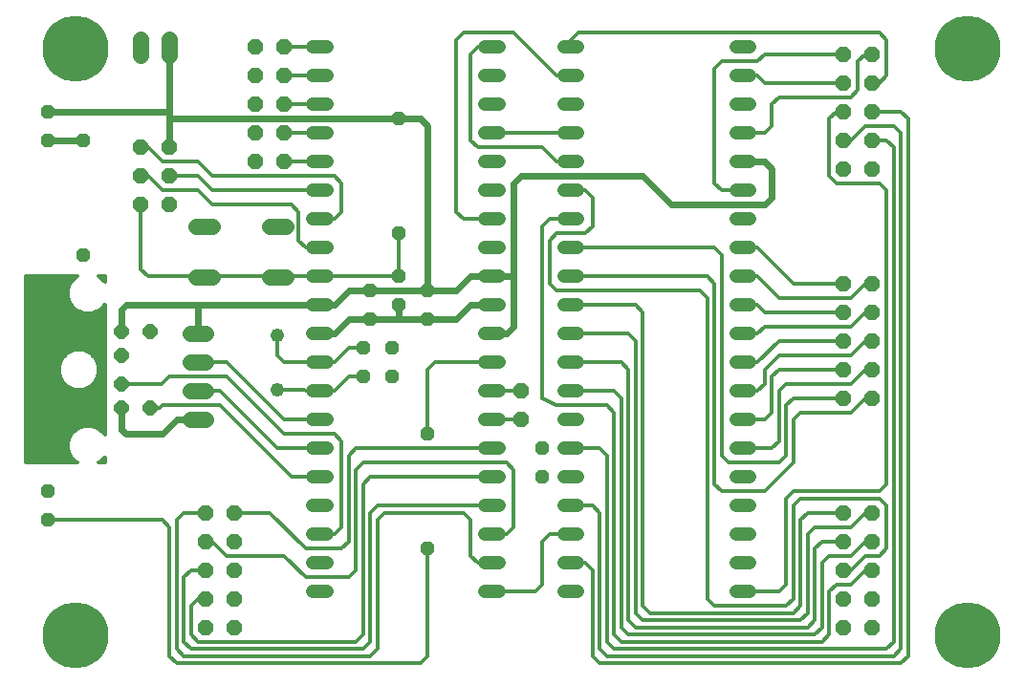
<source format=gbl>
G75*
%MOIN*%
%OFA0B0*%
%FSLAX24Y24*%
%IPPOS*%
%LPD*%
%AMOC8*
5,1,8,0,0,1.08239X$1,22.5*
%
%ADD10C,0.0480*%
%ADD11OC8,0.0480*%
%ADD12C,0.0560*%
%ADD13C,0.0480*%
%ADD14OC8,0.0560*%
%ADD15OC8,0.0514*%
%ADD16C,0.2300*%
%ADD17C,0.0240*%
%ADD18C,0.0120*%
D10*
X010510Y003600D02*
X010990Y003600D01*
X010990Y004600D02*
X010510Y004600D01*
X010510Y005600D02*
X010990Y005600D01*
X010990Y006600D02*
X010510Y006600D01*
X010510Y007600D02*
X010990Y007600D01*
X010990Y008600D02*
X010510Y008600D01*
X010510Y009600D02*
X010990Y009600D01*
X010990Y010600D02*
X010510Y010600D01*
X010510Y011600D02*
X010990Y011600D01*
X010990Y012600D02*
X010510Y012600D01*
X010510Y013600D02*
X010990Y013600D01*
X010990Y014600D02*
X010510Y014600D01*
X010510Y015600D02*
X010990Y015600D01*
X010990Y016600D02*
X010510Y016600D01*
X010510Y017600D02*
X010990Y017600D01*
X010990Y018600D02*
X010510Y018600D01*
X010510Y019600D02*
X010990Y019600D01*
X010990Y020600D02*
X010510Y020600D01*
X010510Y021600D02*
X010990Y021600D01*
X010990Y022600D02*
X010510Y022600D01*
X016510Y022600D02*
X016990Y022600D01*
X016990Y021600D02*
X016510Y021600D01*
X016510Y020600D02*
X016990Y020600D01*
X016990Y019600D02*
X016510Y019600D01*
X016510Y018600D02*
X016990Y018600D01*
X016990Y017600D02*
X016510Y017600D01*
X016510Y016600D02*
X016990Y016600D01*
X016990Y015600D02*
X016510Y015600D01*
X016510Y014600D02*
X016990Y014600D01*
X016990Y013600D02*
X016510Y013600D01*
X016510Y012600D02*
X016990Y012600D01*
X016990Y011600D02*
X016510Y011600D01*
X016510Y010600D02*
X016990Y010600D01*
X016990Y009600D02*
X016510Y009600D01*
X016510Y008600D02*
X016990Y008600D01*
X016990Y007600D02*
X016510Y007600D01*
X016510Y006600D02*
X016990Y006600D01*
X016990Y005600D02*
X016510Y005600D01*
X016510Y004600D02*
X016990Y004600D01*
X016990Y003600D02*
X016510Y003600D01*
X019260Y003600D02*
X019740Y003600D01*
X019740Y004600D02*
X019260Y004600D01*
X019260Y005600D02*
X019740Y005600D01*
X019740Y006600D02*
X019260Y006600D01*
X019260Y007600D02*
X019740Y007600D01*
X019740Y008600D02*
X019260Y008600D01*
X019260Y009600D02*
X019740Y009600D01*
X019740Y010600D02*
X019260Y010600D01*
X019260Y011600D02*
X019740Y011600D01*
X019740Y012600D02*
X019260Y012600D01*
X019260Y013600D02*
X019740Y013600D01*
X019740Y014600D02*
X019260Y014600D01*
X019260Y015600D02*
X019740Y015600D01*
X019740Y016600D02*
X019260Y016600D01*
X019260Y017600D02*
X019740Y017600D01*
X019740Y018600D02*
X019260Y018600D01*
X019260Y019600D02*
X019740Y019600D01*
X019740Y020600D02*
X019260Y020600D01*
X019260Y021600D02*
X019740Y021600D01*
X019740Y022600D02*
X019260Y022600D01*
X025260Y022600D02*
X025740Y022600D01*
X025740Y021600D02*
X025260Y021600D01*
X025260Y020600D02*
X025740Y020600D01*
X025740Y019600D02*
X025260Y019600D01*
X025260Y018600D02*
X025740Y018600D01*
X025740Y017600D02*
X025260Y017600D01*
X025260Y016600D02*
X025740Y016600D01*
X025740Y015600D02*
X025260Y015600D01*
X025260Y014600D02*
X025740Y014600D01*
X025740Y013600D02*
X025260Y013600D01*
X025260Y012600D02*
X025740Y012600D01*
X025740Y011600D02*
X025260Y011600D01*
X025260Y010600D02*
X025740Y010600D01*
X025740Y009600D02*
X025260Y009600D01*
X025260Y008600D02*
X025740Y008600D01*
X025740Y007600D02*
X025260Y007600D01*
X025260Y006600D02*
X025740Y006600D01*
X025740Y005600D02*
X025260Y005600D01*
X025260Y004600D02*
X025740Y004600D01*
X025740Y003600D02*
X025260Y003600D01*
D11*
X018500Y007600D03*
X018500Y008600D03*
X014500Y009100D03*
X013250Y011100D03*
X012250Y011100D03*
X012250Y012100D03*
X013250Y012100D03*
X012500Y013100D03*
X013500Y013600D03*
X014500Y013100D03*
X014500Y014100D03*
X013500Y014600D03*
X012500Y014100D03*
X013500Y016100D03*
X013500Y020100D03*
X002500Y019350D03*
X001250Y019350D03*
X001250Y020350D03*
X002500Y015350D03*
X001250Y007100D03*
X001250Y006100D03*
X014500Y005100D03*
D12*
X006780Y009600D02*
X006220Y009600D01*
X006220Y010600D02*
X006780Y010600D01*
X006780Y011600D02*
X006220Y011600D01*
X006220Y012600D02*
X006780Y012600D01*
X007000Y014585D02*
X006440Y014585D01*
X006440Y016365D02*
X007000Y016365D01*
X009000Y016365D02*
X009560Y016365D01*
X009560Y014585D02*
X009000Y014585D01*
X005500Y022320D02*
X005500Y022880D01*
X004500Y022880D02*
X004500Y022320D01*
D13*
X009250Y012550D03*
X009250Y010650D03*
D14*
X007750Y006350D03*
X006750Y006350D03*
X006750Y005350D03*
X007750Y005350D03*
X007750Y004350D03*
X006750Y004350D03*
X006750Y003350D03*
X007750Y003350D03*
X007750Y002350D03*
X006750Y002350D03*
X017750Y009600D03*
X017750Y010600D03*
X029000Y010350D03*
X030000Y010350D03*
X030000Y011350D03*
X029000Y011350D03*
X029000Y012350D03*
X030000Y012350D03*
X030000Y013350D03*
X029000Y013350D03*
X029000Y014350D03*
X030000Y014350D03*
X030000Y018350D03*
X029000Y018350D03*
X029000Y019350D03*
X030000Y019350D03*
X030000Y020350D03*
X029000Y020350D03*
X029000Y021350D03*
X030000Y021350D03*
X030000Y022350D03*
X029000Y022350D03*
X009500Y022600D03*
X008500Y022600D03*
X008500Y021600D03*
X009500Y021600D03*
X009500Y020600D03*
X008500Y020600D03*
X008500Y019600D03*
X009500Y019600D03*
X009500Y018600D03*
X008500Y018600D03*
X005500Y018100D03*
X004500Y018100D03*
X004500Y017100D03*
X005500Y017100D03*
X005500Y019100D03*
X004500Y019100D03*
X029000Y006350D03*
X030000Y006350D03*
X030000Y005350D03*
X029000Y005350D03*
X029000Y004350D03*
X030000Y004350D03*
X030000Y003350D03*
X029000Y003350D03*
X029000Y002350D03*
X030000Y002350D03*
D15*
X004831Y010011D03*
X003846Y010011D03*
X003846Y010838D03*
X003846Y011862D03*
X003846Y012689D03*
X004831Y012689D03*
D16*
X002219Y002069D03*
X002219Y022541D03*
X033321Y022541D03*
X033321Y002069D03*
D17*
X017500Y012850D02*
X017500Y014600D01*
X016750Y014600D01*
X016000Y014600D01*
X015500Y014100D01*
X014500Y014100D01*
X014500Y019850D01*
X014250Y020100D01*
X013500Y020100D01*
X005500Y020100D01*
X005500Y019100D01*
X005500Y020100D02*
X005500Y020350D01*
X001250Y020350D01*
X001250Y019350D02*
X002500Y019350D01*
X005500Y020350D02*
X005500Y022600D01*
X011750Y014100D02*
X012500Y014100D01*
X014500Y014100D01*
X013500Y013600D02*
X013500Y013100D01*
X014500Y013100D01*
X015500Y013100D01*
X016000Y013600D01*
X016750Y013600D01*
X017500Y012850D02*
X017250Y012600D01*
X016750Y012600D01*
X017500Y014600D02*
X017500Y017850D01*
X017750Y018100D01*
X022000Y018100D01*
X023000Y017100D01*
X026250Y017100D01*
X026500Y017350D01*
X026500Y018350D01*
X026250Y018600D01*
X025500Y018600D01*
X013500Y013100D02*
X012500Y013100D01*
X011750Y013100D01*
X011250Y012600D01*
X010750Y012600D01*
X010750Y013600D02*
X006500Y013600D01*
X006500Y012600D01*
X006500Y013600D02*
X004000Y013600D01*
X003846Y013446D01*
X003846Y012689D01*
X003846Y010011D02*
X003846Y009254D01*
X004000Y009100D01*
X005250Y009100D01*
X005750Y009600D01*
X006500Y009600D01*
X010750Y013600D02*
X011250Y013600D01*
X011750Y014100D01*
D18*
X010750Y014600D02*
X006735Y014600D01*
X004750Y014600D01*
X004500Y014850D01*
X004500Y017100D01*
X005250Y017600D02*
X006500Y017600D01*
X007000Y017100D01*
X009750Y017100D01*
X010000Y016850D01*
X010000Y015850D01*
X010250Y015600D01*
X010750Y015600D01*
X010750Y014600D02*
X009295Y014600D01*
X009280Y014585D01*
X010750Y014600D02*
X013500Y014600D01*
X013500Y016100D01*
X015500Y016850D02*
X015750Y016600D01*
X016750Y016600D01*
X015500Y016850D02*
X015500Y022850D01*
X015750Y023100D01*
X017500Y023100D01*
X019000Y021600D01*
X019500Y021600D01*
X019500Y022600D02*
X019500Y022850D01*
X019750Y023100D01*
X030250Y023100D01*
X030500Y022850D01*
X030500Y021600D01*
X030250Y021350D01*
X030000Y021350D01*
X029500Y021100D02*
X029500Y022100D01*
X029750Y022350D01*
X030000Y022350D01*
X029000Y022350D02*
X026250Y022350D01*
X026000Y022100D01*
X024750Y022100D01*
X024500Y021850D01*
X024500Y017850D01*
X024750Y017600D01*
X025500Y017600D01*
X025500Y015600D02*
X026000Y015600D01*
X027250Y014350D01*
X029000Y014350D01*
X029250Y013850D02*
X029750Y014350D01*
X030000Y014350D01*
X029250Y013850D02*
X026750Y013850D01*
X026000Y014600D01*
X025500Y014600D01*
X024500Y014350D02*
X024500Y007350D01*
X024750Y007100D01*
X026250Y007100D01*
X027250Y008100D01*
X027250Y009600D01*
X027500Y009850D01*
X029250Y009850D01*
X029750Y010350D01*
X030000Y010350D01*
X029250Y010850D02*
X027000Y010850D01*
X026750Y010600D01*
X026750Y008850D01*
X026500Y008600D01*
X025500Y008600D01*
X025000Y008100D02*
X024750Y008350D01*
X024750Y015350D01*
X024500Y015600D01*
X019500Y015600D01*
X019000Y016100D02*
X018750Y015850D01*
X018750Y014350D01*
X019000Y014100D01*
X024000Y014100D01*
X024250Y013850D01*
X024250Y003350D01*
X024500Y003100D01*
X027000Y003100D01*
X027250Y003350D01*
X027250Y006600D01*
X027500Y006850D01*
X027750Y006850D01*
X028000Y006850D01*
X030250Y006850D01*
X030500Y006600D01*
X030500Y005100D01*
X030250Y004850D01*
X029750Y004850D01*
X029250Y004350D01*
X029000Y004350D01*
X029250Y004850D02*
X028500Y004850D01*
X028250Y004600D01*
X028250Y002350D01*
X028000Y002100D01*
X021500Y002100D01*
X021250Y002350D01*
X021250Y010350D01*
X021000Y010600D01*
X019500Y010600D01*
X019000Y010100D02*
X018500Y010350D01*
X018500Y016350D01*
X018750Y016600D01*
X019500Y016600D01*
X020000Y016100D02*
X019000Y016100D01*
X020000Y016100D02*
X020250Y016350D01*
X020250Y017350D01*
X020000Y017600D01*
X019500Y017600D01*
X019500Y018600D02*
X019000Y018600D01*
X018500Y019100D01*
X016250Y019100D01*
X016000Y019350D01*
X016000Y022350D01*
X016250Y022600D01*
X016750Y022600D01*
X016750Y019600D02*
X019500Y019600D01*
X025500Y019600D02*
X026250Y019600D01*
X026500Y019850D01*
X026500Y020600D01*
X026750Y020850D01*
X029250Y020850D01*
X029500Y021100D01*
X029000Y021350D02*
X026250Y021350D01*
X026000Y021600D01*
X025500Y021600D01*
X028500Y020100D02*
X028750Y020350D01*
X029000Y020350D01*
X028500Y020100D02*
X028500Y018100D01*
X028750Y017850D01*
X030250Y017850D01*
X030500Y017600D01*
X030500Y007350D01*
X030250Y007100D01*
X027250Y007100D01*
X027000Y006850D01*
X027000Y003850D01*
X026750Y003600D01*
X025500Y003600D01*
X027250Y002850D02*
X027500Y003100D01*
X027500Y006100D01*
X027750Y006350D01*
X029000Y006350D01*
X029250Y005850D02*
X029750Y006350D01*
X030000Y006350D01*
X029250Y005850D02*
X028000Y005850D01*
X027750Y005600D01*
X027750Y002850D01*
X027500Y002600D01*
X022000Y002600D01*
X021750Y002850D01*
X021750Y012350D01*
X021500Y012600D01*
X019500Y012600D01*
X019500Y011600D02*
X021250Y011600D01*
X021500Y011350D01*
X021500Y002600D01*
X021750Y002350D01*
X027750Y002350D01*
X028000Y002600D01*
X028000Y005100D01*
X028250Y005350D01*
X029000Y005350D01*
X029250Y004850D02*
X029750Y005350D01*
X030000Y005350D01*
X030000Y004350D02*
X029750Y004350D01*
X029250Y003850D01*
X028750Y003850D01*
X028500Y003600D01*
X028500Y002100D01*
X028250Y001850D01*
X021250Y001850D01*
X021000Y002100D01*
X021000Y009850D01*
X020750Y010100D01*
X019000Y010100D01*
X017750Y009600D02*
X016750Y009600D01*
X016750Y008600D02*
X012000Y008600D01*
X011750Y008350D01*
X011750Y005350D01*
X011500Y005100D01*
X010250Y005100D01*
X009000Y006350D01*
X007750Y006350D01*
X006750Y006350D02*
X006000Y006350D01*
X005750Y006100D01*
X005750Y001600D01*
X006000Y001350D01*
X012500Y001350D01*
X012750Y001600D01*
X012750Y006100D01*
X013000Y006350D01*
X015750Y006350D01*
X016000Y006100D01*
X016000Y004850D01*
X016250Y004600D01*
X016750Y004600D01*
X016750Y003600D02*
X018250Y003600D01*
X018500Y003850D01*
X018500Y005350D01*
X018750Y005600D01*
X019500Y005600D01*
X020500Y006350D02*
X020500Y001600D01*
X020750Y001350D01*
X030750Y001350D01*
X031000Y001600D01*
X031000Y019600D01*
X030750Y019850D01*
X029750Y019850D01*
X029250Y019350D01*
X029000Y019350D01*
X030000Y019350D02*
X030500Y019350D01*
X030750Y019100D01*
X030750Y001850D01*
X030500Y001600D01*
X021000Y001600D01*
X020750Y001850D01*
X020750Y008350D01*
X020500Y008600D01*
X019500Y008600D01*
X017500Y007850D02*
X017250Y008100D01*
X012250Y008100D01*
X012000Y007850D01*
X012000Y004350D01*
X011750Y004100D01*
X010250Y004100D01*
X009500Y004850D01*
X007500Y004850D01*
X007000Y005350D01*
X006750Y005350D01*
X006750Y004350D02*
X006250Y004350D01*
X006000Y004100D01*
X006000Y001850D01*
X006250Y001600D01*
X012250Y001600D01*
X012500Y001850D01*
X012500Y006350D01*
X012750Y006600D01*
X016750Y006600D01*
X017500Y005850D02*
X017500Y007850D01*
X016750Y007600D02*
X012500Y007600D01*
X012250Y007350D01*
X012250Y002100D01*
X012000Y001850D01*
X006500Y001850D01*
X006250Y002100D01*
X006250Y003100D01*
X006500Y003350D01*
X006750Y003350D01*
X005500Y001350D02*
X005500Y005850D01*
X005250Y006100D01*
X001250Y006100D01*
X000510Y008100D02*
X002285Y008100D01*
X002273Y008105D01*
X002078Y008300D01*
X001972Y008555D01*
X001972Y008830D01*
X002078Y009085D01*
X002273Y009280D01*
X002527Y009386D01*
X002803Y009386D01*
X003058Y009280D01*
X003250Y009088D01*
X003250Y013612D01*
X003058Y013420D01*
X002803Y013314D01*
X002527Y013314D01*
X002273Y013420D01*
X002078Y013615D01*
X001972Y013870D01*
X001972Y014145D01*
X002078Y014400D01*
X002273Y014595D01*
X002285Y014600D01*
X000510Y014600D01*
X000510Y008100D01*
X000510Y008158D02*
X002220Y008158D01*
X002101Y008277D02*
X000510Y008277D01*
X000510Y008395D02*
X002038Y008395D01*
X001989Y008514D02*
X000510Y008514D01*
X000510Y008632D02*
X001972Y008632D01*
X001972Y008751D02*
X000510Y008751D01*
X000510Y008869D02*
X001988Y008869D01*
X002037Y008988D02*
X000510Y008988D01*
X000510Y009106D02*
X002099Y009106D01*
X002217Y009225D02*
X000510Y009225D01*
X000510Y009343D02*
X002425Y009343D01*
X002906Y009343D02*
X003250Y009343D01*
X003250Y009225D02*
X003114Y009225D01*
X003232Y009106D02*
X003250Y009106D01*
X003250Y009462D02*
X000510Y009462D01*
X000510Y009580D02*
X003250Y009580D01*
X003250Y009699D02*
X000510Y009699D01*
X000510Y009817D02*
X003250Y009817D01*
X003250Y009936D02*
X000510Y009936D01*
X000510Y010054D02*
X003250Y010054D01*
X003250Y010173D02*
X000510Y010173D01*
X000510Y010291D02*
X003250Y010291D01*
X003250Y010410D02*
X000510Y010410D01*
X000510Y010528D02*
X003250Y010528D01*
X003250Y010647D02*
X000510Y010647D01*
X000510Y010765D02*
X001955Y010765D01*
X001958Y010762D02*
X002213Y010657D01*
X002488Y010657D01*
X002743Y010762D01*
X002938Y010957D01*
X003043Y011212D01*
X003043Y011488D01*
X002938Y011743D01*
X002743Y011938D01*
X002488Y012043D01*
X002213Y012043D01*
X001958Y011938D01*
X001763Y011743D01*
X001657Y011488D01*
X001657Y011212D01*
X001763Y010957D01*
X001958Y010762D01*
X001837Y010884D02*
X000510Y010884D01*
X000510Y011002D02*
X001744Y011002D01*
X001695Y011121D02*
X000510Y011121D01*
X000510Y011239D02*
X001657Y011239D01*
X001657Y011358D02*
X000510Y011358D01*
X000510Y011476D02*
X001657Y011476D01*
X001702Y011595D02*
X000510Y011595D01*
X000510Y011713D02*
X001751Y011713D01*
X001852Y011832D02*
X000510Y011832D01*
X000510Y011950D02*
X001988Y011950D01*
X002713Y011950D02*
X003250Y011950D01*
X003250Y011832D02*
X002849Y011832D01*
X002950Y011713D02*
X003250Y011713D01*
X003250Y011595D02*
X002999Y011595D01*
X003043Y011476D02*
X003250Y011476D01*
X003250Y011358D02*
X003043Y011358D01*
X003043Y011239D02*
X003250Y011239D01*
X003250Y011121D02*
X003006Y011121D01*
X002956Y011002D02*
X003250Y011002D01*
X003250Y010884D02*
X002864Y010884D01*
X002746Y010765D02*
X003250Y010765D01*
X003846Y010838D02*
X005238Y010838D01*
X005500Y011100D01*
X007500Y011100D01*
X009500Y009100D01*
X011250Y009100D01*
X011500Y008850D01*
X011500Y005850D01*
X011250Y005600D01*
X010750Y005600D01*
X010750Y007600D02*
X009750Y007600D01*
X007250Y010100D01*
X005250Y010100D01*
X005161Y010011D01*
X004831Y010011D01*
X006500Y010600D02*
X007250Y010600D01*
X009250Y008600D01*
X010750Y008600D01*
X010750Y009600D02*
X009500Y009600D01*
X007500Y011600D01*
X006500Y011600D01*
X009250Y011850D02*
X009500Y011600D01*
X010750Y011600D01*
X011250Y011600D01*
X011750Y012100D01*
X012250Y012100D01*
X012250Y011100D02*
X011750Y011100D01*
X011250Y010600D01*
X010750Y010600D01*
X010250Y010600D01*
X010200Y010650D01*
X009250Y010650D01*
X009250Y011850D02*
X009250Y012550D01*
X006735Y014600D02*
X006720Y014585D01*
X003250Y014600D02*
X003250Y014403D01*
X003058Y014595D01*
X003046Y014600D01*
X003250Y014600D01*
X003250Y014557D02*
X003096Y014557D01*
X003214Y014439D02*
X003250Y014439D01*
X003247Y013609D02*
X003250Y013609D01*
X003250Y013491D02*
X003129Y013491D01*
X003250Y013372D02*
X002942Y013372D01*
X003250Y013254D02*
X000510Y013254D01*
X000510Y013372D02*
X002388Y013372D01*
X002202Y013491D02*
X000510Y013491D01*
X000510Y013609D02*
X002084Y013609D01*
X002031Y013728D02*
X000510Y013728D01*
X000510Y013846D02*
X001982Y013846D01*
X001972Y013965D02*
X000510Y013965D01*
X000510Y014083D02*
X001972Y014083D01*
X001996Y014202D02*
X000510Y014202D01*
X000510Y014320D02*
X002045Y014320D01*
X002116Y014439D02*
X000510Y014439D01*
X000510Y014557D02*
X002235Y014557D01*
X003250Y013135D02*
X000510Y013135D01*
X000510Y013017D02*
X003250Y013017D01*
X003250Y012898D02*
X000510Y012898D01*
X000510Y012780D02*
X003250Y012780D01*
X003250Y012661D02*
X000510Y012661D01*
X000510Y012543D02*
X003250Y012543D01*
X003250Y012424D02*
X000510Y012424D01*
X000510Y012306D02*
X003250Y012306D01*
X003250Y012187D02*
X000510Y012187D01*
X000510Y012069D02*
X003250Y012069D01*
X003250Y008297D02*
X003250Y008100D01*
X003046Y008100D01*
X003058Y008105D01*
X003250Y008297D01*
X003250Y008277D02*
X003230Y008277D01*
X003250Y008158D02*
X003111Y008158D01*
X005500Y001350D02*
X005750Y001100D01*
X014250Y001100D01*
X014500Y001350D01*
X014500Y005100D01*
X016750Y005600D02*
X017250Y005600D01*
X017500Y005850D01*
X019500Y006600D02*
X020250Y006600D01*
X020500Y006350D01*
X020000Y004600D02*
X019500Y004600D01*
X020000Y004600D02*
X020250Y004350D01*
X020250Y001350D01*
X020500Y001100D01*
X031000Y001100D01*
X031250Y001350D01*
X031250Y020100D01*
X031000Y020350D01*
X030000Y020350D01*
X024250Y014600D02*
X024500Y014350D01*
X024250Y014600D02*
X019500Y014600D01*
X019500Y013600D02*
X021750Y013600D01*
X022000Y013350D01*
X022000Y003100D01*
X022250Y002850D01*
X027250Y002850D01*
X026750Y008100D02*
X025000Y008100D01*
X026750Y008100D02*
X027000Y008350D01*
X027000Y010100D01*
X027250Y010350D01*
X028000Y010350D01*
X028250Y010350D01*
X029000Y010350D01*
X029250Y010850D02*
X029750Y011350D01*
X030000Y011350D01*
X029250Y011850D02*
X029750Y012350D01*
X030000Y012350D01*
X029250Y011850D02*
X026750Y011850D01*
X026250Y011350D01*
X026250Y010850D01*
X026000Y010600D01*
X025500Y010600D01*
X026500Y011100D02*
X026750Y011350D01*
X029000Y011350D01*
X029000Y012350D02*
X026750Y012350D01*
X026000Y011600D01*
X025500Y011600D01*
X026500Y011100D02*
X026500Y009850D01*
X026250Y009600D01*
X025500Y009600D01*
X025500Y012600D02*
X026000Y012600D01*
X026250Y012850D01*
X029250Y012850D01*
X029750Y013350D01*
X030000Y013350D01*
X029000Y013350D02*
X026250Y013350D01*
X026000Y013600D01*
X025500Y013600D01*
X017750Y010600D02*
X016750Y010600D01*
X016750Y011600D02*
X014750Y011600D01*
X014500Y011350D01*
X014500Y009100D01*
X011250Y016600D02*
X010750Y016600D01*
X011250Y016600D02*
X011500Y016850D01*
X011500Y017850D01*
X011250Y018100D01*
X007000Y018100D01*
X006500Y018600D01*
X005250Y018600D01*
X004750Y019100D01*
X004500Y019100D01*
X004500Y018100D02*
X004750Y018100D01*
X005250Y017600D01*
X005500Y018100D02*
X006500Y018100D01*
X007000Y017600D01*
X010750Y017600D01*
X010750Y018600D02*
X009500Y018600D01*
X009500Y019600D02*
X010750Y019600D01*
X010750Y020600D02*
X009500Y020600D01*
X009500Y021600D02*
X010750Y021600D01*
X010750Y022600D02*
X009500Y022600D01*
M02*

</source>
